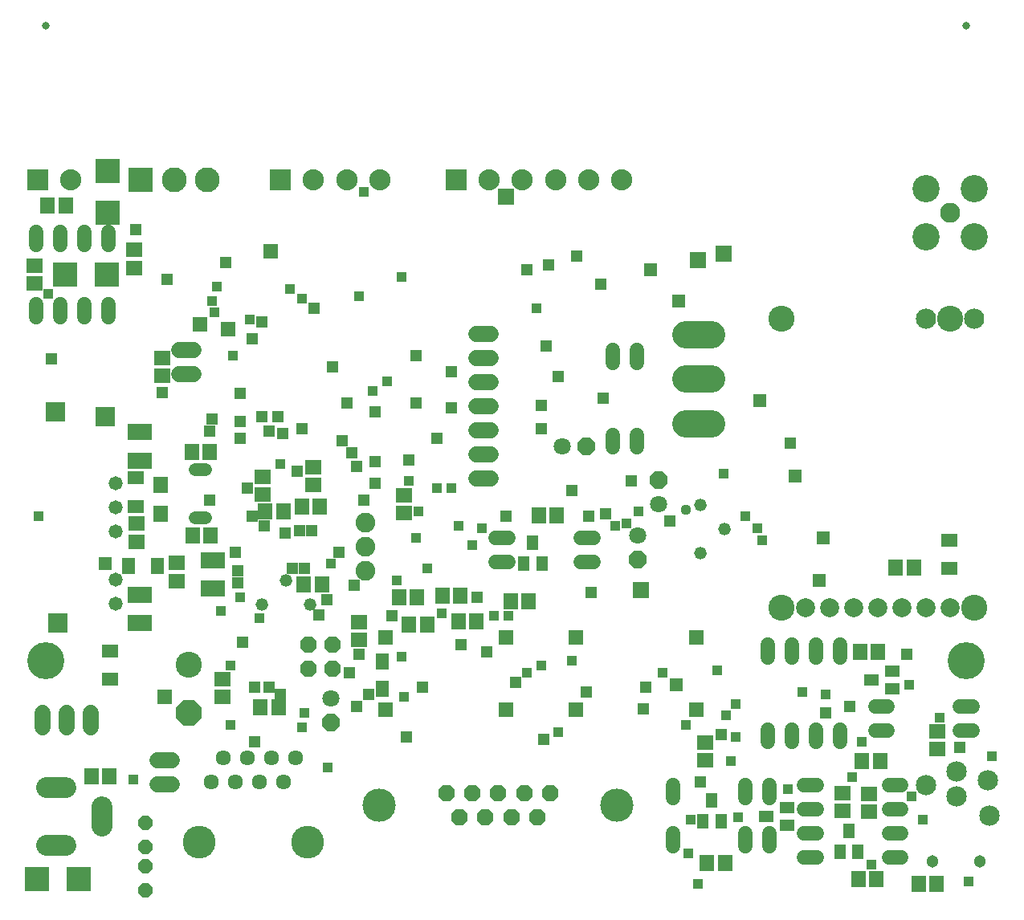
<source format=gbs>
G75*
%MOIN*%
%OFA0B0*%
%FSLAX25Y25*%
%IPPOS*%
%LPD*%
%AMOC8*
5,1,8,0,0,1.08239X$1,22.5*
%
%ADD10C,0.15367*%
%ADD11C,0.03162*%
%ADD12R,0.06706X0.05918*%
%ADD13R,0.05918X0.06706*%
%ADD14OC8,0.07100*%
%ADD15C,0.07100*%
%ADD16C,0.10800*%
%ADD17OC8,0.10800*%
%ADD18R,0.10249X0.07099*%
%ADD19R,0.06312X0.07099*%
%ADD20R,0.04737X0.06312*%
%ADD21R,0.10300X0.10300*%
%ADD22C,0.10300*%
%ADD23C,0.06800*%
%ADD24C,0.06000*%
%ADD25C,0.05800*%
%ADD26C,0.08674*%
%ADD27OC8,0.06800*%
%ADD28C,0.13800*%
%ADD29R,0.08800X0.08800*%
%ADD30C,0.08800*%
%ADD31C,0.08200*%
%ADD32R,0.05524X0.07099*%
%ADD33R,0.07099X0.05524*%
%ADD34OC8,0.06000*%
%ADD35C,0.05200*%
%ADD36R,0.06312X0.04737*%
%ADD37C,0.05200*%
%ADD38C,0.11450*%
%ADD39R,0.05950X0.05950*%
%ADD40C,0.03950*%
%ADD41C,0.08400*%
%ADD42C,0.07887*%
%ADD43C,0.08477*%
%ADD44C,0.05131*%
%ADD45C,0.06343*%
%ADD46C,0.13600*%
%ADD47C,0.08300*%
%ADD48C,0.11300*%
%ADD49R,0.10249X0.10249*%
%ADD50R,0.05524X0.06706*%
%ADD51R,0.04762X0.04762*%
%ADD52R,0.04369X0.04369*%
%ADD53R,0.06706X0.06706*%
%ADD54R,0.08477X0.08477*%
%ADD55R,0.06115X0.06115*%
%ADD56R,0.05550X0.05550*%
%ADD57R,0.05156X0.05156*%
%ADD58C,0.04369*%
D10*
X0019220Y0131643D03*
X0401110Y0131643D03*
D11*
X0401110Y0395422D03*
X0019220Y0395422D03*
D12*
X0055992Y0302351D03*
X0055992Y0294871D03*
X0067488Y0257469D03*
X0067488Y0249989D03*
X0109102Y0208217D03*
X0109102Y0200737D03*
X0130244Y0204674D03*
X0130244Y0212154D03*
X0167803Y0200461D03*
X0167803Y0192981D03*
X0149378Y0147863D03*
X0149378Y0140383D03*
X0092724Y0124123D03*
X0092724Y0116643D03*
X0073669Y0164950D03*
X0073669Y0172430D03*
X0056937Y0181170D03*
X0056937Y0188650D03*
X0014654Y0288375D03*
X0014654Y0295855D03*
X0292882Y0097824D03*
X0292882Y0090343D03*
X0349890Y0076879D03*
X0349890Y0069398D03*
X0360795Y0069083D03*
X0360795Y0076564D03*
X0389339Y0095068D03*
X0389339Y0102548D03*
D13*
X0365520Y0090265D03*
X0358039Y0090265D03*
X0357252Y0135540D03*
X0364732Y0135540D03*
X0371976Y0170343D03*
X0379457Y0170343D03*
X0301150Y0047942D03*
X0293669Y0047942D03*
X0356583Y0041131D03*
X0364063Y0041131D03*
X0381583Y0039162D03*
X0389063Y0039162D03*
X0231268Y0192115D03*
X0223787Y0192115D03*
X0219575Y0156603D03*
X0212094Y0156603D03*
X0197882Y0148060D03*
X0190402Y0148060D03*
X0191228Y0158650D03*
X0183748Y0158650D03*
X0173354Y0158257D03*
X0165874Y0158257D03*
X0170008Y0146643D03*
X0177488Y0146643D03*
X0133866Y0163375D03*
X0126386Y0163375D03*
X0117843Y0193847D03*
X0110362Y0193847D03*
X0125480Y0195698D03*
X0132961Y0195698D03*
X0087606Y0183965D03*
X0080126Y0183965D03*
X0079811Y0218414D03*
X0087291Y0218414D03*
X0108394Y0112627D03*
X0115874Y0112627D03*
X0045638Y0083729D03*
X0038157Y0083729D03*
X0027449Y0320973D03*
X0019969Y0320973D03*
D14*
X0243433Y0220855D03*
X0273512Y0206957D03*
X0264929Y0173808D03*
X0137488Y0106091D03*
D15*
X0137488Y0116091D03*
X0233433Y0220855D03*
X0273512Y0196957D03*
X0264929Y0183808D03*
D16*
X0324496Y0153965D03*
X0404496Y0153965D03*
X0394496Y0273965D03*
X0324496Y0273965D03*
X0078709Y0129989D03*
D17*
X0078709Y0109989D03*
D18*
X0058157Y0147312D03*
X0058157Y0159123D03*
X0088669Y0161721D03*
X0088669Y0173532D03*
X0058157Y0214910D03*
X0058157Y0226721D03*
D19*
X0067016Y0204753D03*
X0067016Y0192942D03*
D20*
X0217646Y0172272D03*
X0225126Y0172272D03*
X0221386Y0180934D03*
X0295677Y0073650D03*
X0291937Y0064989D03*
X0299417Y0064989D03*
X0348827Y0052548D03*
X0356307Y0052548D03*
X0352567Y0061209D03*
D21*
X0058669Y0331603D03*
D22*
X0072449Y0331603D03*
X0086228Y0331603D03*
D23*
X0080646Y0260855D02*
X0074646Y0260855D01*
X0074646Y0250855D02*
X0080646Y0250855D01*
X0197953Y0247548D02*
X0203953Y0247548D01*
X0203953Y0237548D02*
X0197953Y0237548D01*
X0197953Y0227548D02*
X0203953Y0227548D01*
X0203953Y0217548D02*
X0197953Y0217548D01*
X0197953Y0207548D02*
X0203953Y0207548D01*
X0203953Y0257548D02*
X0197953Y0257548D01*
X0197953Y0267548D02*
X0203953Y0267548D01*
X0037803Y0110115D02*
X0037803Y0104115D01*
X0027803Y0104115D02*
X0027803Y0110115D01*
X0017803Y0110115D02*
X0017803Y0104115D01*
X0065433Y0090383D02*
X0071433Y0090383D01*
X0071433Y0080383D02*
X0065433Y0080383D01*
D24*
X0206028Y0172902D02*
X0211228Y0172902D01*
X0211228Y0182902D02*
X0206028Y0182902D01*
X0241228Y0182902D02*
X0246428Y0182902D01*
X0246428Y0172902D02*
X0241228Y0172902D01*
X0254654Y0220380D02*
X0254654Y0225580D01*
X0264654Y0225580D02*
X0264654Y0220380D01*
X0264654Y0255580D02*
X0264654Y0260780D01*
X0254654Y0260780D02*
X0254654Y0255580D01*
X0318984Y0138378D02*
X0318984Y0133178D01*
X0328984Y0133178D02*
X0328984Y0138378D01*
X0338984Y0138378D02*
X0338984Y0133178D01*
X0348984Y0133178D02*
X0348984Y0138378D01*
X0363509Y0112666D02*
X0368709Y0112666D01*
X0368709Y0102666D02*
X0363509Y0102666D01*
X0348984Y0103178D02*
X0348984Y0097978D01*
X0338984Y0097978D02*
X0338984Y0103178D01*
X0328984Y0103178D02*
X0328984Y0097978D01*
X0318984Y0097978D02*
X0318984Y0103178D01*
X0319575Y0080148D02*
X0319575Y0074948D01*
X0309575Y0074948D02*
X0309575Y0080148D01*
X0309575Y0060148D02*
X0309575Y0054948D01*
X0319575Y0054948D02*
X0319575Y0060148D01*
X0333942Y0060265D02*
X0339142Y0060265D01*
X0339142Y0070265D02*
X0333942Y0070265D01*
X0333942Y0080265D02*
X0339142Y0080265D01*
X0369142Y0080265D02*
X0374342Y0080265D01*
X0374342Y0070265D02*
X0369142Y0070265D01*
X0369142Y0060265D02*
X0374342Y0060265D01*
X0374342Y0050265D02*
X0369142Y0050265D01*
X0339142Y0050265D02*
X0333942Y0050265D01*
X0279575Y0054948D02*
X0279575Y0060148D01*
X0279575Y0074948D02*
X0279575Y0080148D01*
X0398709Y0102666D02*
X0403909Y0102666D01*
X0403909Y0112666D02*
X0398709Y0112666D01*
X0045126Y0274633D02*
X0045126Y0279833D01*
X0035126Y0279833D02*
X0035126Y0274633D01*
X0025126Y0274633D02*
X0025126Y0279833D01*
X0015126Y0279833D02*
X0015126Y0274633D01*
X0015126Y0304633D02*
X0015126Y0309833D01*
X0025126Y0309833D02*
X0025126Y0304633D01*
X0035126Y0304633D02*
X0035126Y0309833D01*
X0045126Y0309833D02*
X0045126Y0304633D01*
D25*
X0048370Y0205524D03*
X0048370Y0195524D03*
X0048370Y0185524D03*
X0048370Y0165524D03*
X0048370Y0155524D03*
D26*
X0027488Y0079280D02*
X0019614Y0079280D01*
X0042449Y0071013D02*
X0042449Y0063139D01*
X0027488Y0055265D02*
X0019614Y0055265D01*
D27*
X0128394Y0128611D03*
X0138394Y0128611D03*
X0138394Y0138611D03*
X0128394Y0138611D03*
X0185416Y0076800D03*
X0196216Y0076800D03*
X0207016Y0076800D03*
X0217816Y0076800D03*
X0228616Y0076800D03*
X0223216Y0066800D03*
X0212416Y0066800D03*
X0201616Y0066800D03*
X0190816Y0066800D03*
D28*
X0157716Y0071800D03*
X0256316Y0071800D03*
D29*
X0189417Y0331603D03*
X0116543Y0331603D03*
X0015795Y0331603D03*
D30*
X0029575Y0331603D03*
X0130323Y0331603D03*
X0144102Y0331603D03*
X0157882Y0331603D03*
X0203197Y0331603D03*
X0216976Y0331603D03*
X0230756Y0331603D03*
X0244535Y0331603D03*
X0258315Y0331603D03*
D31*
X0151740Y0189202D03*
X0151740Y0179202D03*
X0151740Y0169202D03*
D32*
X0065441Y0171170D03*
X0053630Y0171170D03*
D33*
X0056465Y0195934D03*
X0056465Y0207745D03*
X0045953Y0135934D03*
X0045953Y0124123D03*
X0394378Y0170028D03*
X0394378Y0181839D03*
D34*
X0060559Y0064595D03*
X0060559Y0054595D03*
X0060559Y0046485D03*
X0060559Y0036485D03*
D35*
X0081154Y0191052D02*
X0085554Y0191052D01*
X0085554Y0211052D02*
X0081154Y0211052D01*
D36*
X0318079Y0067194D03*
X0326740Y0070934D03*
X0326740Y0063454D03*
X0370677Y0120107D03*
X0370677Y0127587D03*
X0362016Y0123847D03*
D37*
X0300992Y0186603D03*
X0290992Y0176603D03*
X0290992Y0196603D03*
X0128748Y0155304D03*
X0118748Y0165304D03*
X0108748Y0155304D03*
D38*
X0284762Y0230269D02*
X0295412Y0230269D01*
X0295412Y0248769D02*
X0284762Y0248769D01*
X0284762Y0267269D02*
X0295412Y0267269D01*
D39*
X0289220Y0141564D03*
X0289220Y0111564D03*
X0239220Y0111564D03*
X0210283Y0111564D03*
X0210283Y0141564D03*
X0239220Y0141564D03*
X0160283Y0141564D03*
X0160283Y0111564D03*
D40*
X0160283Y0111564D03*
X0160283Y0141564D03*
X0210283Y0141564D03*
X0239220Y0141564D03*
X0239220Y0111564D03*
X0210283Y0111564D03*
X0289220Y0111564D03*
X0289220Y0141564D03*
D41*
X0384496Y0273965D03*
X0404496Y0273965D03*
D42*
X0394496Y0153965D03*
X0384496Y0153965D03*
X0374496Y0153965D03*
X0364496Y0153965D03*
X0354496Y0153965D03*
X0344496Y0153965D03*
X0334496Y0153965D03*
D43*
X0397173Y0085973D03*
X0397173Y0075343D03*
X0384575Y0080068D03*
X0410165Y0082036D03*
X0410953Y0067469D03*
D44*
X0407016Y0048572D03*
X0387331Y0048572D03*
D45*
X0122941Y0091446D03*
X0112941Y0091446D03*
X0102941Y0091446D03*
X0107941Y0081446D03*
X0117941Y0081446D03*
X0097941Y0081446D03*
X0092941Y0091446D03*
X0087941Y0081446D03*
D46*
X0082941Y0056446D03*
X0127941Y0056446D03*
D47*
X0394575Y0317902D03*
D48*
X0384536Y0327941D03*
X0384536Y0307863D03*
X0404614Y0307863D03*
X0404614Y0327941D03*
D49*
X0015480Y0041091D03*
X0032803Y0041091D03*
X0027291Y0292076D03*
X0044614Y0292076D03*
X0044811Y0317863D03*
X0044811Y0335186D03*
D50*
X0158984Y0131446D03*
X0158984Y0120028D03*
D51*
X0153079Y0117863D03*
X0148157Y0112942D03*
X0145205Y0126721D03*
X0149142Y0134595D03*
X0162921Y0150343D03*
X0147173Y0163139D03*
X0135756Y0157233D03*
X0132409Y0150737D03*
X0126504Y0170028D03*
X0121583Y0170028D03*
X0118630Y0184792D03*
X0124535Y0185776D03*
X0129457Y0185776D03*
X0140874Y0176918D03*
X0151110Y0198572D03*
X0156031Y0205461D03*
X0156031Y0214320D03*
X0148157Y0212351D03*
X0146189Y0218257D03*
X0142252Y0223178D03*
X0156031Y0234989D03*
X0144220Y0238926D03*
X0138315Y0253690D03*
X0115677Y0233020D03*
X0108787Y0233020D03*
X0111740Y0227115D03*
X0117646Y0226131D03*
X0125520Y0228099D03*
X0123551Y0210383D03*
X0102882Y0203493D03*
X0104850Y0191682D03*
X0109772Y0187745D03*
X0097961Y0176918D03*
X0098945Y0169044D03*
X0098945Y0164123D03*
X0100913Y0139517D03*
X0105835Y0120816D03*
X0111740Y0120816D03*
X0116661Y0117863D03*
X0105835Y0098178D03*
X0168827Y0100146D03*
X0175717Y0120816D03*
X0191465Y0138532D03*
X0202291Y0135580D03*
X0214102Y0122784D03*
X0225913Y0099162D03*
X0243630Y0118847D03*
X0267252Y0111957D03*
X0268236Y0120816D03*
X0299732Y0101131D03*
X0290874Y0081446D03*
X0343039Y0109989D03*
X0352882Y0112942D03*
X0376504Y0134595D03*
X0328276Y0222194D03*
X0278079Y0189713D03*
X0262331Y0206446D03*
X0251504Y0192666D03*
X0244614Y0191682D03*
X0237724Y0202509D03*
X0224929Y0228099D03*
X0224929Y0237942D03*
X0231819Y0249753D03*
X0226898Y0262548D03*
X0250520Y0240894D03*
X0249535Y0288139D03*
X0239693Y0299950D03*
X0227882Y0296013D03*
X0219024Y0294044D03*
X0187528Y0251721D03*
X0187528Y0236957D03*
X0181622Y0224162D03*
X0169811Y0215304D03*
X0172764Y0238926D03*
X0172764Y0258611D03*
X0130441Y0278296D03*
X0108787Y0272391D03*
X0104850Y0265501D03*
X0099929Y0242863D03*
X0099929Y0231052D03*
X0099929Y0224162D03*
X0087134Y0227115D03*
X0088118Y0232036D03*
X0067646Y0243060D03*
X0021583Y0257233D03*
X0069417Y0290107D03*
X0056622Y0310776D03*
X0094024Y0296997D03*
X0087134Y0198572D03*
X0198354Y0158217D03*
X0210165Y0191682D03*
X0245598Y0160186D03*
D52*
X0255441Y0187745D03*
X0260362Y0188729D03*
X0265283Y0193650D03*
X0300717Y0209398D03*
X0309575Y0191682D03*
X0314496Y0186761D03*
X0316465Y0181839D03*
X0297764Y0127706D03*
X0305638Y0113926D03*
X0301701Y0109005D03*
X0305638Y0100146D03*
X0303669Y0090304D03*
X0284969Y0105068D03*
X0275126Y0126721D03*
X0237724Y0131643D03*
X0224929Y0129674D03*
X0219024Y0126721D03*
X0211150Y0150343D03*
X0205244Y0150343D03*
X0183591Y0151328D03*
X0166858Y0133611D03*
X0167843Y0116879D03*
X0136346Y0087351D03*
X0125520Y0104083D03*
X0126504Y0109989D03*
X0095992Y0105068D03*
X0095992Y0129674D03*
X0107803Y0149359D03*
X0099929Y0158217D03*
X0092055Y0152312D03*
X0137528Y0172194D03*
X0164890Y0165107D03*
X0177685Y0170028D03*
X0172764Y0182824D03*
X0173748Y0193650D03*
X0181622Y0203493D03*
X0187528Y0203493D03*
X0190480Y0187745D03*
X0196386Y0179871D03*
X0200323Y0186761D03*
X0169811Y0206446D03*
X0155047Y0243847D03*
X0160953Y0247784D03*
X0149142Y0283217D03*
X0166858Y0291091D03*
X0151110Y0326524D03*
X0120598Y0286170D03*
X0125520Y0282233D03*
X0103866Y0273375D03*
X0090087Y0287154D03*
X0088118Y0281249D03*
X0089102Y0276328D03*
X0096976Y0258611D03*
X0116661Y0213335D03*
X0020205Y0284202D03*
X0016268Y0191682D03*
X0055638Y0082430D03*
X0231819Y0102115D03*
X0286937Y0065698D03*
X0285953Y0051918D03*
X0289890Y0039123D03*
X0306622Y0066682D03*
X0327291Y0078493D03*
X0353866Y0083414D03*
X0357803Y0098178D03*
X0343039Y0117863D03*
X0333197Y0118847D03*
X0377488Y0121800D03*
X0390283Y0108020D03*
X0411937Y0092272D03*
X0378472Y0075540D03*
X0383394Y0065698D03*
X0361740Y0046997D03*
X0402094Y0040107D03*
X0222961Y0278296D03*
D53*
X0210165Y0324556D03*
X0289890Y0297981D03*
X0300717Y0300934D03*
X0266268Y0161170D03*
D54*
X0043827Y0233020D03*
X0023157Y0234989D03*
X0024142Y0147391D03*
D55*
X0068433Y0116879D03*
X0095008Y0269438D03*
X0083197Y0271406D03*
X0112724Y0301918D03*
D56*
X0043827Y0171997D03*
X0270205Y0294044D03*
X0282016Y0281249D03*
X0315480Y0239910D03*
X0330244Y0208414D03*
X0342055Y0182824D03*
X0340087Y0165107D03*
X0281031Y0121800D03*
D57*
X0398551Y0095816D03*
D58*
X0284969Y0194635D03*
M02*

</source>
